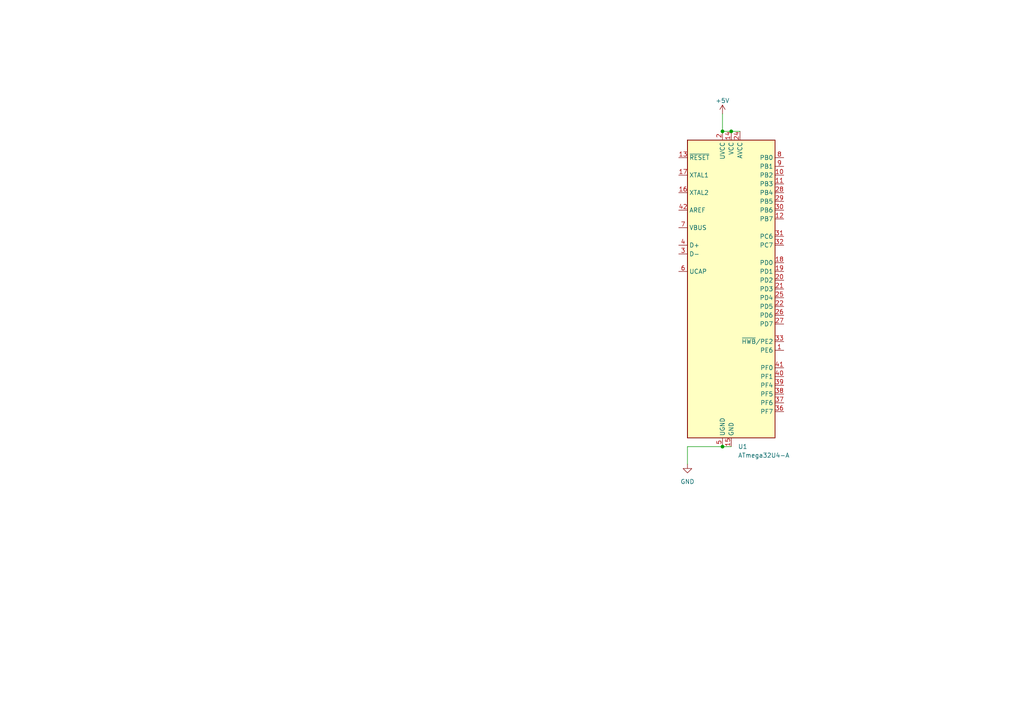
<source format=kicad_sch>
(kicad_sch (version 20230121) (generator eeschema)
  (paper "A4")
  (lib_symbols
    (symbol "MCU_Microchip_ATmega:ATmega32U4-A"
      (property "Reference" "U" (at -12.7 44.45 0))
      (property "Value" "ATmega32U4-A" (at 2.54 -44.45 0))
      (symbol "ATmega32U4-A_0_1"
        (rectangle (start -12.7 -43.18) (end 12.7 43.18) (stroke (width 0.254)) (fill (type background)))
      )
      (symbol "ATmega32U4-A_1_1"
        (pin bidirectional line (at 15.24 -17.78 180) (length 2.54) (name "PE6") (number "1"))
        (pin bidirectional line (at 15.24 33.02 180) (length 2.54) (name "PB2") (number "10"))
        (pin bidirectional line (at 15.24 30.48 180) (length 2.54) (name "PB3") (number "11"))
        (pin bidirectional line (at 15.24 20.32 180) (length 2.54) (name "PB7") (number "12"))
        (pin input line (at -15.24 38.1 0) (length 2.54) (name "~{RESET}") (number "13"))
        (pin power_in line (at 0 45.72 270) (length 2.54) (name "VCC") (number "14"))
        (pin power_in line (at 0 -45.72 90) (length 2.54) (name "GND") (number "15"))
        (pin output line (at -15.24 27.94 0) (length 2.54) (name "XTAL2") (number "16"))
        (pin input line (at -15.24 33.02 0) (length 2.54) (name "XTAL1") (number "17"))
        (pin bidirectional line (at 15.24 7.62 180) (length 2.54) (name "PD0") (number "18"))
        (pin bidirectional line (at 15.24 5.08 180) (length 2.54) (name "PD1") (number "19"))
        (pin power_in line (at -2.54 45.72 270) (length 2.54) (name "UVCC") (number "2"))
        (pin bidirectional line (at 15.24 2.54 180) (length 2.54) (name "PD2") (number "20"))
        (pin bidirectional line (at 15.24 0 180) (length 2.54) (name "PD3") (number "21"))
        (pin bidirectional line (at 15.24 -5.08 180) (length 2.54) (name "PD5") (number "22"))
        (pin passive line (at 0 -45.72 90) (length 2.54) hide (name "GND") (number "23"))
        (pin power_in line (at 2.54 45.72 270) (length 2.54) (name "AVCC") (number "24"))
        (pin bidirectional line (at 15.24 -2.54 180) (length 2.54) (name "PD4") (number "25"))
        (pin bidirectional line (at 15.24 -7.62 180) (length 2.54) (name "PD6") (number "26"))
        (pin bidirectional line (at 15.24 -10.16 180) (length 2.54) (name "PD7") (number "27"))
        (pin bidirectional line (at 15.24 27.94 180) (length 2.54) (name "PB4") (number "28"))
        (pin bidirectional line (at 15.24 25.4 180) (length 2.54) (name "PB5") (number "29"))
        (pin bidirectional line (at -15.24 10.16 0) (length 2.54) (name "D-") (number "3"))
        (pin bidirectional line (at 15.24 22.86 180) (length 2.54) (name "PB6") (number "30"))
        (pin bidirectional line (at 15.24 15.24 180) (length 2.54) (name "PC6") (number "31"))
        (pin bidirectional line (at 15.24 12.7 180) (length 2.54) (name "PC7") (number "32"))
        (pin bidirectional line (at 15.24 -15.24 180) (length 2.54) (name "~{HWB}/PE2") (number "33"))
        (pin passive line (at 0 45.72 270) (length 2.54) hide (name "VCC") (number "34"))
        (pin passive line (at 0 -45.72 90) (length 2.54) hide (name "GND") (number "35"))
        (pin bidirectional line (at 15.24 -35.56 180) (length 2.54) (name "PF7") (number "36"))
        (pin bidirectional line (at 15.24 -33.02 180) (length 2.54) (name "PF6") (number "37"))
        (pin bidirectional line (at 15.24 -30.48 180) (length 2.54) (name "PF5") (number "38"))
        (pin bidirectional line (at 15.24 -27.94 180) (length 2.54) (name "PF4") (number "39"))
        (pin bidirectional line (at -15.24 12.7 0) (length 2.54) (name "D+") (number "4"))
        (pin bidirectional line (at 15.24 -25.4 180) (length 2.54) (name "PF1") (number "40"))
        (pin bidirectional line (at 15.24 -22.86 180) (length 2.54) (name "PF0") (number "41"))
        (pin passive line (at -15.24 22.86 0) (length 2.54) (name "AREF") (number "42"))
        (pin passive line (at 0 -45.72 90) (length 2.54) hide (name "GND") (number "43"))
        (pin passive line (at 2.54 45.72 270) (length 2.54) hide (name "AVCC") (number "44"))
        (pin passive line (at -2.54 -45.72 90) (length 2.54) (name "UGND") (number "5"))
        (pin passive line (at -15.24 5.08 0) (length 2.54) (name "UCAP") (number "6"))
        (pin input line (at -15.24 17.78 0) (length 2.54) (name "VBUS") (number "7"))
        (pin bidirectional line (at 15.24 38.1 180) (length 2.54) (name "PB0") (number "8"))
        (pin bidirectional line (at 15.24 35.56 180) (length 2.54) (name "PB1") (number "9"))
      )
    )
    (symbol "power:+5V" (power) (pin_names (offset 0))
      (property "Value" "+5V" (at 0 3.556 0))
      (symbol "+5V_0_1"
        (polyline (pts (xy -0.762 1.27) (xy 0 2.54)))
        (polyline (pts (xy 0 0) (xy 0 2.54)))
        (polyline (pts (xy 0 2.54) (xy 0.762 1.27)))
      )
      (symbol "+5V_1_1"
        (pin power_in line (at 0 0 90) (length 0) hide (name "+5V") (number "1"))
      )
    )
    (symbol "power:GND" (power) (pin_names (offset 0))
      (property "Value" "GND" (at 0 -3.81 0))
      (symbol "GND_0_1"
        (polyline (pts (xy 0 0) (xy 0 -1.27) (xy 1.27 -1.27) (xy 0 -2.54) (xy -1.27 -1.27) (xy 0 -1.27)))
      )
      (symbol "GND_1_1"
        (pin power_in line (at 0 0 270) (length 0) hide (name "GND") (number "1"))
      )
    )
  )
  (junction (at 212.09 38.1))
  (junction (at 209.55 129.54))
  (junction (at 209.55 38.1))
  (wire (pts (xy 212.09 38.1) (xy 214.63 38.1)))
  (wire (pts (xy 199.39 129.54) (xy 209.55 129.54)))
  (wire (pts (xy 209.55 38.1) (xy 212.09 38.1)))
  (wire (pts (xy 199.39 134.62) (xy 199.39 129.54)))
  (wire (pts (xy 209.55 33.02) (xy 209.55 38.1)))
  (wire (pts (xy 209.55 129.54) (xy 212.09 129.54)))
  (symbol (lib_id "power:+5V") (at 209.55 33.02 0) (unit 1)
    (property "Reference" "#PWR01" (effects hide))
    (property "Value" "+5V" (at 209.55 29.21 0))
  )
  (symbol (lib_id "MCU_Microchip_ATmega:ATmega32U4-A") (at 212.09 83.82 0) (unit 1)
    (property "Reference" "U1" (at 214.0459 129.54 0) (effects (justify left)))
    (property "Value" "ATmega32U4-A" (at 214.0459 132.08 0) (effects (justify left)))
    (property "Footprint" "Package_QFP:TQFP-44_10x10mm_P0.8mm" (effects hide))
    (property "Datasheet" "http://ww1.microchip.com/downloads/en/DeviceDoc/Atmel-7766-8-bit-AVR-ATmega16U4-32U4_Datasheet.pdf" (effects hide))
  )
  (symbol (lib_id "power:GND") (at 199.39 134.62 0) (unit 1)
    (property "Reference" "#PWR02" (effects hide))
    (property "Value" "GND" (at 199.39 139.7 0))
  )
)
</source>
